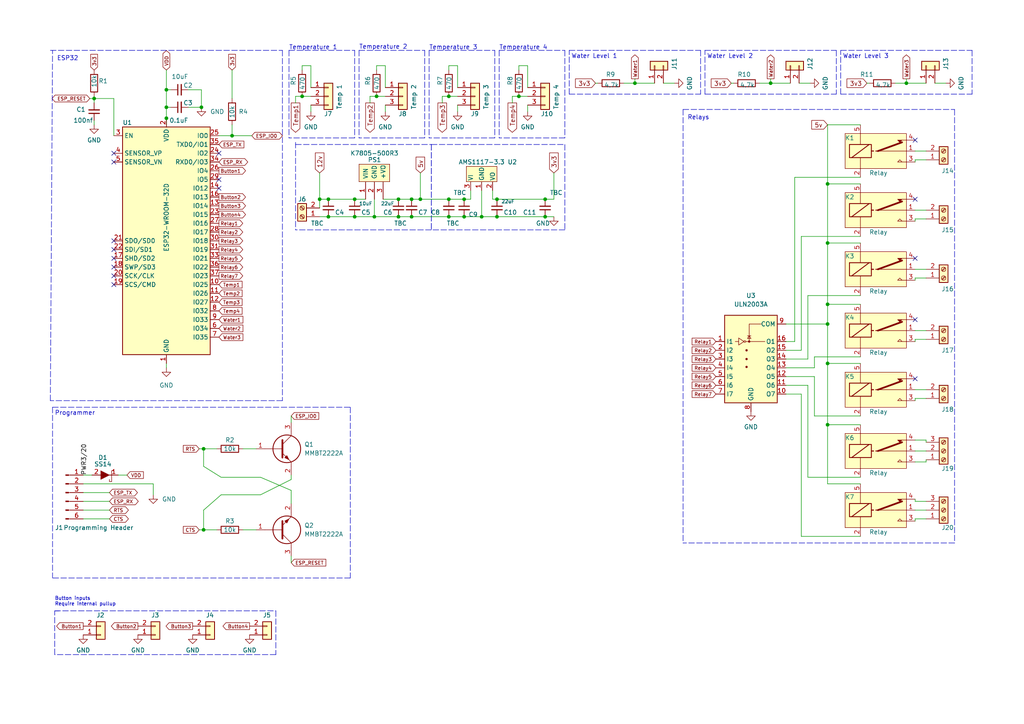
<source format=kicad_sch>
(kicad_sch (version 20211123) (generator eeschema)
  (paper "A4")
  (title_block (title "SmartRV-AIO") (date "2022-02-19") (rev "v0.1") (company "SmartRV") (comment 1 "robin@smartrv.uk"))
  (lib_symbols
    (symbol "Connector:Conn_01x06_Male" (pin_names (offset 1.016) hide)
      (property "Reference" "J" (at 0 7.62 0))
      (property "Value" "Conn_01x06_Male" (at 0 -10.16 0))
      (symbol "Conn_01x06_Male_1_1"
        (pin passive line (at 5.08 5.08 180) (length 3.81) (name "Pin_1") (number "1"))
        (pin passive line (at 5.08 2.54 180) (length 3.81) (name "Pin_2") (number "2"))
        (pin passive line (at 5.08 0 180) (length 3.81) (name "Pin_3") (number "3"))
        (pin passive line (at 5.08 -2.54 180) (length 3.81) (name "Pin_4") (number "4"))
        (pin passive line (at 5.08 -5.08 180) (length 3.81) (name "Pin_5") (number "5"))
        (pin passive line (at 5.08 -7.62 180) (length 3.81) (name "Pin_6") (number "6"))
      )
    )
    (symbol "Connector:Screw_Terminal_01x02" (pin_names (offset 1.016) hide)
      (property "Reference" "J" (at 0 2.54 0))
      (property "Value" "Screw_Terminal_01x02" (at 0 -5.08 0))
      (symbol "Screw_Terminal_01x02_1_1"
        (pin passive line (at -5.08 0 0) (length 3.81) (name "Pin_1") (number "1"))
        (pin passive line (at -5.08 -2.54 0) (length 3.81) (name "Pin_2") (number "2"))
      )
    )
    (symbol "Connector:Screw_Terminal_01x03" (pin_names (offset 1.016) hide)
      (property "Reference" "J" (at 0 5.08 0))
      (property "Value" "Screw_Terminal_01x03" (at 0 -5.08 0))
      (symbol "Screw_Terminal_01x03_1_1"
        (pin passive line (at -5.08 2.54 0) (length 3.81) (name "Pin_1") (number "1"))
        (pin passive line (at -5.08 0 0) (length 3.81) (name "Pin_2") (number "2"))
        (pin passive line (at -5.08 -2.54 0) (length 3.81) (name "Pin_3") (number "3"))
      )
    )
    (symbol "Connector_Generic:Conn_01x02" (pin_names (offset 1.016) hide)
      (property "Reference" "J" (at 0 2.54 0))
      (property "Value" "Conn_01x02" (at 0 -5.08 0))
      (symbol "Conn_01x02_1_1"
        (pin passive line (at -5.08 0 0) (length 3.81) (name "Pin_1") (number "1"))
        (pin passive line (at -5.08 -2.54 0) (length 3.81) (name "Pin_2") (number "2"))
      )
    )
    (symbol "Connector_Generic:Conn_01x03" (pin_names (offset 1.016) hide)
      (property "Reference" "J" (at 0 5.08 0))
      (property "Value" "Conn_01x03" (at 0 -5.08 0))
      (symbol "Conn_01x03_1_1"
        (pin passive line (at -5.08 2.54 0) (length 3.81) (name "Pin_1") (number "1"))
        (pin passive line (at -5.08 0 0) (length 3.81) (name "Pin_2") (number "2"))
        (pin passive line (at -5.08 -2.54 0) (length 3.81) (name "Pin_3") (number "3"))
      )
    )
    (symbol "Device:C_Small" (pin_numbers hide) (pin_names (offset 0.254) hide)
      (property "Reference" "C" (at 0.254 1.778 0))
      (property "Value" "C_Small" (at 0.254 -2.032 0))
      (symbol "C_Small_1_1"
        (pin passive line (at 0 2.54 270) (length 2.032) (name "~") (number "1"))
        (pin passive line (at 0 -2.54 90) (length 2.032) (name "~") (number "2"))
      )
    )
    (symbol "Device:R" (pin_numbers hide) (pin_names (offset 0))
      (property "Reference" "R" (at 2.032 0 90))
      (property "Value" "R" (at 0 0 90))
      (symbol "R_1_1"
        (pin passive line (at 0 3.81 270) (length 1.27) (name "~") (number "1"))
        (pin passive line (at 0 -3.81 90) (length 1.27) (name "~") (number "2"))
      )
    )
    (symbol "RF_Module:ESP32-WROOM-32D"
      (property "Reference" "U" (at -12.7 34.29 0))
      (property "Value" "ESP32-WROOM-32D" (at 1.27 34.29 0))
      (symbol "ESP32-WROOM-32D_1_1"
        (pin power_in line (at 0 -35.56 90) (length 2.54) (name "GND") (number "1"))
        (pin bidirectional line (at 15.24 -12.7 180) (length 2.54) (name "IO25") (number "10"))
        (pin bidirectional line (at 15.24 -15.24 180) (length 2.54) (name "IO26") (number "11"))
        (pin bidirectional line (at 15.24 -17.78 180) (length 2.54) (name "IO27") (number "12"))
        (pin bidirectional line (at 15.24 10.16 180) (length 2.54) (name "IO14") (number "13"))
        (pin bidirectional line (at 15.24 15.24 180) (length 2.54) (name "IO12") (number "14"))
        (pin passive line (at 0 -35.56 90) (length 2.54) hide (name "GND") (number "15"))
        (pin bidirectional line (at 15.24 12.7 180) (length 2.54) (name "IO13") (number "16"))
        (pin bidirectional line (at -15.24 -5.08 0) (length 2.54) (name "SHD/SD2") (number "17"))
        (pin bidirectional line (at -15.24 -7.62 0) (length 2.54) (name "SWP/SD3") (number "18"))
        (pin bidirectional line (at -15.24 -12.7 0) (length 2.54) (name "SCS/CMD") (number "19"))
        (pin power_in line (at 0 35.56 270) (length 2.54) (name "VDD") (number "2"))
        (pin bidirectional line (at -15.24 -10.16 0) (length 2.54) (name "SCK/CLK") (number "20"))
        (pin bidirectional line (at -15.24 0 0) (length 2.54) (name "SDO/SD0") (number "21"))
        (pin bidirectional line (at -15.24 -2.54 0) (length 2.54) (name "SDI/SD1") (number "22"))
        (pin bidirectional line (at 15.24 7.62 180) (length 2.54) (name "IO15") (number "23"))
        (pin bidirectional line (at 15.24 25.4 180) (length 2.54) (name "IO2") (number "24"))
        (pin bidirectional line (at 15.24 30.48 180) (length 2.54) (name "IO0") (number "25"))
        (pin bidirectional line (at 15.24 20.32 180) (length 2.54) (name "IO4") (number "26"))
        (pin bidirectional line (at 15.24 5.08 180) (length 2.54) (name "IO16") (number "27"))
        (pin bidirectional line (at 15.24 2.54 180) (length 2.54) (name "IO17") (number "28"))
        (pin bidirectional line (at 15.24 17.78 180) (length 2.54) (name "IO5") (number "29"))
        (pin input line (at -15.24 30.48 0) (length 2.54) (name "EN") (number "3"))
        (pin bidirectional line (at 15.24 0 180) (length 2.54) (name "IO18") (number "30"))
        (pin bidirectional line (at 15.24 -2.54 180) (length 2.54) (name "IO19") (number "31"))
        (pin no_connect line (at -12.7 -27.94 0) (length 2.54) hide (name "NC") (number "32"))
        (pin bidirectional line (at 15.24 -5.08 180) (length 2.54) (name "IO21") (number "33"))
        (pin bidirectional line (at 15.24 22.86 180) (length 2.54) (name "RXD0/IO3") (number "34"))
        (pin bidirectional line (at 15.24 27.94 180) (length 2.54) (name "TXD0/IO1") (number "35"))
        (pin bidirectional line (at 15.24 -7.62 180) (length 2.54) (name "IO22") (number "36"))
        (pin bidirectional line (at 15.24 -10.16 180) (length 2.54) (name "IO23") (number "37"))
        (pin passive line (at 0 -35.56 90) (length 2.54) hide (name "GND") (number "38"))
        (pin passive line (at 0 -35.56 90) (length 2.54) hide (name "GND") (number "39"))
        (pin input line (at -15.24 25.4 0) (length 2.54) (name "SENSOR_VP") (number "4"))
        (pin input line (at -15.24 22.86 0) (length 2.54) (name "SENSOR_VN") (number "5"))
        (pin input line (at 15.24 -25.4 180) (length 2.54) (name "IO34") (number "6"))
        (pin input line (at 15.24 -27.94 180) (length 2.54) (name "IO35") (number "7"))
        (pin bidirectional line (at 15.24 -20.32 180) (length 2.54) (name "IO32") (number "8"))
        (pin bidirectional line (at 15.24 -22.86 180) (length 2.54) (name "IO33") (number "9"))
      )
    )
    (symbol "Regulator_Linear:AMS1117-3.3" (pin_names (offset 0.254))
      (property "Reference" "U?" (at -3.175 15.875 0))
      (property "Value" "AMS1117-3.3" (at -12.065 15.875 0))
      (symbol "AMS1117-3.3_1_1"
        (pin power_in line (at -12.065 7.62 90) (length 2.54) (name "GND") (number "1"))
        (pin power_out line (at -8.89 7.62 90) (length 2.54) (name "VO") (number "2"))
        (pin power_in line (at -15.24 7.62 90) (length 2.54) (name "VI") (number "3"))
      )
    )
    (symbol "Relay:SANYOU_SRD_Form_C"
      (property "Reference" "K2" (at -6.985 3.81 0))
      (property "Value" "Relay" (at 0 -6.35 0))
      (symbol "SANYOU_SRD_Form_C_1_1"
        (pin passive line (at 13.335 0 180) (length 2.54) (name "~") (number "1"))
        (pin passive line (at -2.54 -7.62 90) (length 2.54) (name "~") (number "2"))
        (pin passive line (at 13.335 -3.175 180) (length 2.54) (name "~") (number "3"))
        (pin passive line (at 13.335 3.175 180) (length 2.54) (name "~") (number "4"))
        (pin passive line (at -2.54 7.62 270) (length 2.54) (name "~") (number "5"))
      )
    )
    (symbol "SS14_1" (pin_names (offset 0.762))
      (property "Reference" "D" (at 12.7 8.89 0))
      (property "Value" "SS14_1" (at 12.7 6.35 0))
      (symbol "SS14_1_0_0"
        (pin passive line (at 1.27 11.43 0) (length 2.54) (name "~") (number "1"))
        (pin passive line (at 8.89 11.43 180) (length 2.54) (name "~") (number "2"))
      )
    )
    (symbol "SamacSys_Parts:K7805-500R3" (pin_names (offset 0.762))
      (property "Reference" "PS?" (at 0.635 13.335 90))
      (property "Value" "K7805-500R3" (at -4.445 11.43 90))
      (symbol "K7805-500R3_0_0"
        (pin passive line (at 0 0 0) (length 5.08) (name "VIN") (number "1"))
        (pin passive line (at 0 -2.54 0) (length 5.08) (name "GND") (number "2"))
        (pin passive line (at 0 -5.08 0) (length 5.08) (name "+VO") (number "3"))
      )
    )
    (symbol "SamacSys_Parts:MMBT2222A" (pin_names (offset 0.762))
      (property "Reference" "Q" (at 13.97 1.27 0))
      (property "Value" "MMBT2222A" (at 13.97 -1.27 0))
      (symbol "MMBT2222A_0_0"
        (pin passive line (at 0 0 0) (length 2.54) (name "~") (number "1"))
        (pin passive line (at 10.16 -7.62 90) (length 2.54) (name "~") (number "2"))
        (pin passive line (at 10.16 7.62 270) (length 2.54) (name "~") (number "3"))
      )
    )
    (symbol "Transistor_Array:ULN2003A"
      (property "Reference" "U" (at 0 15.875 0))
      (property "Value" "ULN2003A" (at 0 13.97 0))
      (symbol "ULN2003A_1_1"
        (pin input line (at -10.16 5.08 0) (length 2.54) (name "I1") (number "1"))
        (pin open_collector line (at 10.16 -10.16 180) (length 2.54) (name "O7") (number "10"))
        (pin open_collector line (at 10.16 -7.62 180) (length 2.54) (name "O6") (number "11"))
        (pin open_collector line (at 10.16 -5.08 180) (length 2.54) (name "O5") (number "12"))
        (pin open_collector line (at 10.16 -2.54 180) (length 2.54) (name "O4") (number "13"))
        (pin open_collector line (at 10.16 0 180) (length 2.54) (name "O3") (number "14"))
        (pin open_collector line (at 10.16 2.54 180) (length 2.54) (name "O2") (number "15"))
        (pin open_collector line (at 10.16 5.08 180) (length 2.54) (name "O1") (number "16"))
        (pin input line (at -10.16 2.54 0) (length 2.54) (name "I2") (number "2"))
        (pin input line (at -10.16 0 0) (length 2.54) (name "I3") (number "3"))
        (pin input line (at -10.16 -2.54 0) (length 2.54) (name "I4") (number "4"))
        (pin input line (at -10.16 -5.08 0) (length 2.54) (name "I5") (number "5"))
        (pin input line (at -10.16 -7.62 0) (length 2.54) (name "I6") (number "6"))
        (pin input line (at -10.16 -10.16 0) (length 2.54) (name "I7") (number "7"))
        (pin power_in line (at 0 -15.24 90) (length 2.54) (name "GND") (number "8"))
        (pin passive line (at 10.16 10.16 180) (length 2.54) (name "COM") (number "9"))
      )
    )
    (symbol "power:GND" (power) (pin_names (offset 0))
      (property "Value" "GND" (at 0 -3.81 0))
      (symbol "GND_1_1"
        (pin power_in line (at 0 0 270) (length 0) hide (name "GND") (number "1"))
      )
    )
  )
  (junction (at 48.26 34.29))
  (junction (at 95.25 62.865))
  (junction (at 115.57 62.865))
  (junction (at 102.87 62.865))
  (junction (at 48.26 26.035))
  (junction (at 59.055 130.175))
  (junction (at 108.585 62.865))
  (junction (at 115.57 57.785))
  (junction (at 150.495 27.94))
  (junction (at 130.175 57.785))
  (junction (at 109.22 27.94))
  (junction (at 121.92 57.785))
  (junction (at 144.145 57.785))
  (junction (at 134.62 57.785))
  (junction (at 59.055 153.67))
  (junction (at 119.38 57.785))
  (junction (at 130.175 62.865))
  (junction (at 92.71 57.785))
  (junction (at 240.03 70.485))
  (junction (at 102.87 57.785))
  (junction (at 262.89 24.13))
  (junction (at 158.115 62.865))
  (junction (at 27.305 28.575))
  (junction (at 130.175 27.94))
  (junction (at 119.38 62.865))
  (junction (at 240.03 93.98))
  (junction (at 87.63 27.94))
  (junction (at 139.7 62.865))
  (junction (at 48.26 31.115))
  (junction (at 134.62 62.865))
  (junction (at 144.145 62.865))
  (junction (at 184.15 24.13))
  (junction (at 240.03 88.265))
  (junction (at 240.03 105.41))
  (junction (at 223.52 24.13))
  (junction (at 240.03 123.19))
  (junction (at 240.03 53.34))
  (junction (at 58.42 31.115))
  (junction (at 95.25 57.785))
  (junction (at 158.115 57.785))
  (junction (at 67.31 39.37))
  (no_connect (at 265.43 74.93))
  (no_connect (at 265.43 92.71))
  (no_connect (at 265.43 40.64))
  (no_connect (at 265.43 57.785))
  (no_connect (at 265.43 109.855))
  (no_connect (at 33.02 69.85))
  (no_connect (at 33.02 46.99))
  (no_connect (at 33.02 44.45))
  (no_connect (at 63.5 44.45))
  (no_connect (at 63.5 52.07))
  (no_connect (at 63.5 54.61))
  (no_connect (at 33.02 80.01))
  (no_connect (at 33.02 82.55))
  (no_connect (at 33.02 77.47))
  (no_connect (at 33.02 72.39))
  (no_connect (at 33.02 74.93))
  (wire (pts (xy 227.965 114.3) (xy 232.41 114.3)))
  (wire (pts (xy 59.055 130.175) (xy 59.055 135.255)))
  (polyline (pts (xy 125.095 41.91) (xy 125.095 66.675)))
  (polyline (pts (xy 243.84 27.305) (xy 281.94 27.305)))
  (wire (pts (xy 265.43 63.5) (xy 265.43 64.135)))
  (wire (pts (xy 95.25 62.865) (xy 102.87 62.865)))
  (polyline (pts (xy 165.1 27.305) (xy 203.2 27.305)))
  (polyline (pts (xy 163.83 40.005) (xy 144.78 40.005)))
  (wire (pts (xy 90.17 19.05) (xy 90.17 25.4)))
  (polyline (pts (xy 123.19 14.605) (xy 123.19 40.005)))
  (wire (pts (xy 48.26 31.115) (xy 49.53 31.115)))
  (polyline (pts (xy 276.86 31.75) (xy 276.86 157.48)))
  (polyline (pts (xy 143.51 14.605) (xy 143.51 40.005)))
  (wire (pts (xy 234.315 111.76) (xy 234.315 138.43)))
  (wire (pts (xy 48.26 20.32) (xy 48.26 26.035)))
  (polyline (pts (xy 124.46 14.605) (xy 143.51 14.605)))
  (wire (pts (xy 44.45 140.335) (xy 24.13 140.335)))
  (wire (pts (xy 130.175 19.05) (xy 132.715 19.05)))
  (wire (pts (xy 227.965 101.6) (xy 232.41 101.6)))
  (wire (pts (xy 265.43 133.985) (xy 268.605 133.985)))
  (wire (pts (xy 153.035 32.385) (xy 153.035 30.48)))
  (wire (pts (xy 268.605 63.5) (xy 265.43 63.5)))
  (wire (pts (xy 232.41 68.58) (xy 249.555 68.58)))
  (wire (pts (xy 134.62 57.785) (xy 130.175 57.785)))
  (wire (pts (xy 67.31 36.195) (xy 67.31 39.37)))
  (wire (pts (xy 84.455 142.24) (xy 84.455 146.05)))
  (wire (pts (xy 75.565 138.43) (xy 84.455 142.24)))
  (wire (pts (xy 240.03 36.195) (xy 249.555 36.195)))
  (wire (pts (xy 119.38 57.785) (xy 115.57 57.785)))
  (wire (pts (xy 102.87 57.785) (xy 106.045 57.785)))
  (polyline (pts (xy 15.875 189.865) (xy 15.875 177.165)))
  (polyline (pts (xy 124.46 14.605) (xy 124.46 40.005)))
  (polyline (pts (xy 15.24 118.11) (xy 15.24 167.64)))
  (polyline (pts (xy 102.87 14.605) (xy 102.87 40.005)))
  (wire (pts (xy 87.63 19.05) (xy 90.17 19.05)))
  (wire (pts (xy 265.43 95.885) (xy 268.605 95.885)))
  (wire (pts (xy 173.355 24.13) (xy 172.72 24.13)))
  (polyline (pts (xy 85.725 41.91) (xy 125.095 41.91)))
  (wire (pts (xy 265.43 151.13) (xy 265.43 150.495)))
  (wire (pts (xy 108.585 57.785) (xy 108.585 62.865)))
  (wire (pts (xy 87.63 27.94) (xy 90.17 27.94)))
  (polyline (pts (xy 198.12 31.75) (xy 276.86 31.75)))
  (wire (pts (xy 70.485 130.175) (xy 74.295 130.175)))
  (wire (pts (xy 262.89 24.13) (xy 262.89 22.86)))
  (wire (pts (xy 265.43 43.815) (xy 268.605 43.815)))
  (wire (pts (xy 150.495 19.05) (xy 153.035 19.05)))
  (wire (pts (xy 107.315 27.94) (xy 109.22 27.94)))
  (wire (pts (xy 63.5 39.37) (xy 67.31 39.37)))
  (wire (pts (xy 232.41 155.575) (xy 249.555 155.575)))
  (wire (pts (xy 142.875 55.245) (xy 142.875 57.785)))
  (polyline (pts (xy 14.605 14.605) (xy 81.915 14.605)))
  (wire (pts (xy 240.03 88.265) (xy 249.555 88.265)))
  (wire (pts (xy 268.605 80.645) (xy 265.43 80.645)))
  (wire (pts (xy 271.145 24.13) (xy 274.32 24.13)))
  (polyline (pts (xy 125.095 41.91) (xy 125.095 66.675)))
  (wire (pts (xy 265.43 78.105) (xy 268.605 78.105)))
  (wire (pts (xy 111.125 57.785) (xy 115.57 57.785)))
  (wire (pts (xy 109.22 27.94) (xy 111.76 27.94)))
  (wire (pts (xy 75.565 143.51) (xy 84.455 139.065)))
  (wire (pts (xy 90.17 32.385) (xy 90.17 30.48)))
  (wire (pts (xy 142.875 57.785) (xy 144.145 57.785)))
  (wire (pts (xy 54.61 26.035) (xy 58.42 26.035)))
  (polyline (pts (xy 276.86 157.48) (xy 198.12 157.48)))
  (wire (pts (xy 240.03 70.485) (xy 249.555 70.485)))
  (wire (pts (xy 265.43 115.57) (xy 265.43 116.205)))
  (wire (pts (xy 92.71 57.785) (xy 95.25 57.785)))
  (wire (pts (xy 236.22 120.65) (xy 249.555 120.65)))
  (wire (pts (xy 119.38 62.865) (xy 115.57 62.865)))
  (polyline (pts (xy 14.605 116.205) (xy 15.24 14.605)))
  (wire (pts (xy 33.02 39.37) (xy 33.02 28.575)))
  (wire (pts (xy 27.305 34.925) (xy 27.305 36.195)))
  (polyline (pts (xy 15.24 118.11) (xy 101.6 118.11)))
  (wire (pts (xy 31.75 147.955) (xy 24.13 147.955)))
  (polyline (pts (xy 83.82 14.605) (xy 102.87 14.605)))
  (wire (pts (xy 265.43 46.355) (xy 265.43 46.99)))
  (polyline (pts (xy 165.1 14.605) (xy 203.2 14.605)))
  (wire (pts (xy 84.455 161.29) (xy 84.455 163.195)))
  (wire (pts (xy 232.41 114.3) (xy 232.41 155.575)))
  (wire (pts (xy 84.455 139.065) (xy 84.455 137.795)))
  (polyline (pts (xy 203.2 14.605) (xy 203.2 27.305)))
  (wire (pts (xy 36.83 137.795) (xy 34.29 137.795)))
  (polyline (pts (xy 242.57 14.605) (xy 242.57 27.305)))
  (wire (pts (xy 150.495 27.94) (xy 153.035 27.94)))
  (wire (pts (xy 59.055 153.67) (xy 62.865 153.67)))
  (wire (pts (xy 87.63 19.05) (xy 87.63 20.32)))
  (polyline (pts (xy 80.01 189.865) (xy 15.875 189.865)))
  (wire (pts (xy 130.175 57.785) (xy 121.92 57.785)))
  (wire (pts (xy 48.26 31.115) (xy 48.26 34.29)))
  (wire (pts (xy 240.03 93.98) (xy 240.03 105.41)))
  (polyline (pts (xy 125.095 66.675) (xy 85.725 66.675)))
  (wire (pts (xy 240.03 53.34) (xy 240.03 36.195)))
  (wire (pts (xy 240.03 105.41) (xy 240.03 123.19)))
  (wire (pts (xy 268.605 115.57) (xy 265.43 115.57)))
  (wire (pts (xy 236.22 109.22) (xy 236.22 120.65)))
  (wire (pts (xy 27.305 28.575) (xy 27.305 29.845)))
  (wire (pts (xy 234.315 85.725) (xy 249.555 85.725)))
  (wire (pts (xy 31.75 150.495) (xy 24.13 150.495)))
  (wire (pts (xy 84.455 120.65) (xy 84.455 122.555)))
  (wire (pts (xy 153.035 19.05) (xy 153.035 25.4)))
  (wire (pts (xy 236.22 103.505) (xy 249.555 103.505)))
  (wire (pts (xy 57.785 153.67) (xy 59.055 153.67)))
  (wire (pts (xy 26.035 28.575) (xy 27.305 28.575)))
  (wire (pts (xy 150.495 19.05) (xy 150.495 20.32)))
  (wire (pts (xy 227.965 104.14) (xy 234.315 104.14)))
  (polyline (pts (xy 143.51 40.005) (xy 124.46 40.005)))
  (wire (pts (xy 223.52 24.13) (xy 229.235 24.13)))
  (wire (pts (xy 136.525 55.245) (xy 136.525 57.785)))
  (wire (pts (xy 268.605 133.985) (xy 268.605 133.35)))
  (wire (pts (xy 240.03 93.98) (xy 240.03 88.265)))
  (wire (pts (xy 130.175 27.94) (xy 132.715 27.94)))
  (wire (pts (xy 265.43 127.635) (xy 268.605 127.635)))
  (wire (pts (xy 64.135 138.43) (xy 75.565 138.43)))
  (wire (pts (xy 31.75 145.415) (xy 24.13 145.415)))
  (wire (pts (xy 26.67 137.795) (xy 24.13 137.795)))
  (wire (pts (xy 234.315 104.14) (xy 234.315 85.725)))
  (wire (pts (xy 121.92 57.785) (xy 119.38 57.785)))
  (polyline (pts (xy 101.6 118.11) (xy 101.6 167.64)))
  (wire (pts (xy 132.715 32.385) (xy 132.715 30.48)))
  (wire (pts (xy 95.25 57.785) (xy 102.87 57.785)))
  (polyline (pts (xy 85.725 41.275) (xy 85.725 66.675)))
  (wire (pts (xy 58.42 26.035) (xy 58.42 31.115)))
  (polyline (pts (xy 144.78 14.605) (xy 144.78 40.005)))
  (wire (pts (xy 144.145 57.785) (xy 158.115 57.785)))
  (polyline (pts (xy 243.84 14.605) (xy 281.94 14.605)))
  (wire (pts (xy 128.27 29.845) (xy 128.27 27.94)))
  (polyline (pts (xy 102.87 40.005) (xy 83.82 40.005)))
  (wire (pts (xy 227.965 111.76) (xy 234.315 111.76)))
  (wire (pts (xy 128.27 27.94) (xy 130.175 27.94)))
  (polyline (pts (xy 165.1 27.305) (xy 165.1 14.605)))
  (wire (pts (xy 130.175 62.865) (xy 119.38 62.865)))
  (wire (pts (xy 232.41 101.6) (xy 232.41 68.58)))
  (wire (pts (xy 259.715 24.13) (xy 262.89 24.13)))
  (wire (pts (xy 230.505 99.06) (xy 230.505 51.435)))
  (wire (pts (xy 148.59 29.845) (xy 148.59 27.94)))
  (polyline (pts (xy 101.6 167.64) (xy 15.24 167.64)))
  (wire (pts (xy 107.315 29.845) (xy 107.315 27.94)))
  (wire (pts (xy 92.71 62.865) (xy 95.25 62.865)))
  (wire (pts (xy 111.76 19.05) (xy 111.76 25.4)))
  (wire (pts (xy 54.61 31.115) (xy 58.42 31.115)))
  (polyline (pts (xy 144.78 14.605) (xy 163.83 14.605)))
  (wire (pts (xy 240.03 140.335) (xy 249.555 140.335)))
  (polyline (pts (xy 15.875 177.165) (xy 80.01 177.165)))
  (polyline (pts (xy 198.12 31.75) (xy 198.12 157.48)))
  (wire (pts (xy 109.22 19.05) (xy 111.76 19.05)))
  (wire (pts (xy 102.87 62.865) (xy 108.585 62.865)))
  (wire (pts (xy 148.59 27.94) (xy 150.495 27.94)))
  (polyline (pts (xy 281.94 14.605) (xy 281.94 27.305)))
  (wire (pts (xy 227.965 93.98) (xy 240.03 93.98)))
  (wire (pts (xy 134.62 62.865) (xy 130.175 62.865)))
  (wire (pts (xy 234.315 138.43) (xy 249.555 138.43)))
  (wire (pts (xy 144.145 62.865) (xy 158.115 62.865)))
  (wire (pts (xy 31.75 142.875) (xy 24.13 142.875)))
  (wire (pts (xy 265.43 60.96) (xy 268.605 60.96)))
  (wire (pts (xy 227.965 109.22) (xy 236.22 109.22)))
  (wire (pts (xy 92.71 60.325) (xy 92.71 57.785)))
  (wire (pts (xy 265.43 147.955) (xy 268.605 147.955)))
  (wire (pts (xy 265.43 80.645) (xy 265.43 81.28)))
  (wire (pts (xy 240.03 88.265) (xy 240.03 70.485)))
  (wire (pts (xy 64.135 143.51) (xy 75.565 143.51)))
  (wire (pts (xy 240.03 123.19) (xy 240.03 140.335)))
  (polyline (pts (xy 204.47 27.305) (xy 204.47 14.605)))
  (wire (pts (xy 92.71 50.165) (xy 92.71 57.785)))
  (wire (pts (xy 236.22 106.68) (xy 236.22 103.505)))
  (wire (pts (xy 240.03 53.34) (xy 249.555 53.34)))
  (wire (pts (xy 136.525 57.785) (xy 134.62 57.785)))
  (wire (pts (xy 227.965 106.68) (xy 236.22 106.68)))
  (wire (pts (xy 265.43 113.03) (xy 268.605 113.03)))
  (wire (pts (xy 109.22 19.05) (xy 109.22 20.32)))
  (wire (pts (xy 223.52 24.13) (xy 223.52 22.86)))
  (wire (pts (xy 268.605 145.415) (xy 265.43 145.415)))
  (polyline (pts (xy 81.915 14.605) (xy 81.915 116.205)))
  (wire (pts (xy 240.03 123.19) (xy 249.555 123.19)))
  (wire (pts (xy 130.175 19.05) (xy 130.175 20.32)))
  (wire (pts (xy 85.725 27.94) (xy 87.63 27.94)))
  (wire (pts (xy 180.975 24.13) (xy 184.15 24.13)))
  (wire (pts (xy 48.26 34.29) (xy 48.26 36.195)))
  (wire (pts (xy 121.92 50.165) (xy 121.92 57.785)))
  (wire (pts (xy 240.03 70.485) (xy 240.03 53.34)))
  (wire (pts (xy 108.585 62.865) (xy 115.57 62.865)))
  (wire (pts (xy 231.775 24.13) (xy 234.95 24.13)))
  (wire (pts (xy 230.505 51.435) (xy 249.555 51.435)))
  (wire (pts (xy 132.715 19.05) (xy 132.715 25.4)))
  (wire (pts (xy 59.055 130.175) (xy 62.865 130.175)))
  (wire (pts (xy 227.965 99.06) (xy 230.505 99.06)))
  (wire (pts (xy 160.655 50.165) (xy 160.655 57.785)))
  (polyline (pts (xy 163.83 41.91) (xy 163.83 66.675)))
  (polyline (pts (xy 123.19 40.005) (xy 104.14 40.005)))
  (wire (pts (xy 240.03 105.41) (xy 249.555 105.41)))
  (wire (pts (xy 85.725 29.845) (xy 85.725 27.94)))
  (wire (pts (xy 48.26 106.68) (xy 48.26 105.41)))
  (polyline (pts (xy 15.875 177.165) (xy 17.145 177.165)))
  (wire (pts (xy 59.055 135.255) (xy 64.135 138.43)))
  (wire (pts (xy 268.605 98.425) (xy 265.43 98.425)))
  (wire (pts (xy 27.305 27.94) (xy 27.305 28.575)))
  (wire (pts (xy 262.89 24.13) (xy 268.605 24.13)))
  (polyline (pts (xy 125.095 41.91) (xy 163.83 41.91)))
  (polyline (pts (xy 81.915 116.205) (xy 14.605 116.205)))
  (polyline (pts (xy 104.14 14.605) (xy 104.14 40.005)))
  (wire (pts (xy 265.43 145.415) (xy 265.43 144.78)))
  (wire (pts (xy 252.095 24.13) (xy 251.46 24.13)))
  (polyline (pts (xy 83.82 14.605) (xy 83.82 40.005)))
  (wire (pts (xy 192.405 24.13) (xy 195.58 24.13)))
  (wire (pts (xy 67.31 39.37) (xy 73.025 39.37)))
  (polyline (pts (xy 80.01 177.165) (xy 80.01 189.865)))
  (wire (pts (xy 139.7 62.865) (xy 134.62 62.865)))
  (wire (pts (xy 158.115 62.865) (xy 160.655 62.865)))
  (wire (pts (xy 265.43 130.81) (xy 268.605 130.81)))
  (polyline (pts (xy 204.47 27.305) (xy 242.57 27.305)))
  (wire (pts (xy 59.055 147.955) (xy 64.135 143.51)))
  (wire (pts (xy 67.31 20.32) (xy 67.31 28.575)))
  (wire (pts (xy 111.76 32.385) (xy 111.76 30.48)))
  (wire (pts (xy 57.785 130.175) (xy 59.055 130.175)))
  (wire (pts (xy 212.725 24.13) (xy 212.09 24.13)))
  (polyline (pts (xy 204.47 14.605) (xy 242.57 14.605)))
  (wire (pts (xy 59.055 153.67) (xy 59.055 147.955)))
  (wire (pts (xy 139.7 55.245) (xy 139.7 62.865)))
  (polyline (pts (xy 163.83 14.605) (xy 163.83 40.005)))
  (wire (pts (xy 48.26 26.035) (xy 49.53 26.035)))
  (wire (pts (xy 220.345 24.13) (xy 223.52 24.13)))
  (wire (pts (xy 265.43 98.425) (xy 265.43 99.06)))
  (polyline (pts (xy 243.84 27.305) (xy 243.84 14.605)))
  (polyline (pts (xy 163.83 66.675) (xy 125.095 66.675)))
  (wire (pts (xy 265.43 150.495) (xy 268.605 150.495)))
  (wire (pts (xy 139.7 62.865) (xy 144.145 62.865)))
  (wire (pts (xy 33.02 28.575) (xy 27.305 28.575)))
  (wire (pts (xy 184.15 24.13) (xy 184.15 22.86)))
  (wire (pts (xy 48.26 26.035) (xy 48.26 31.115)))
  (wire (pts (xy 268.605 127.635) (xy 268.605 128.27)))
  (wire (pts (xy 44.45 143.51) (xy 44.45 140.335)))
  (polyline (pts (xy 104.14 14.605) (xy 123.19 14.605)))
  (wire (pts (xy 184.15 24.13) (xy 189.865 24.13)))
  (wire (pts (xy 158.115 57.785) (xy 160.655 57.785)))
  (wire (pts (xy 268.605 46.355) (xy 265.43 46.355)))
  (wire (pts (xy 70.485 153.67) (xy 74.295 153.67)))
  (text "Relays" (at 199.39 34.925 0) (effects (font (size 1.27 1.27)) (justify left bottom)))
  (text "Temperature 4\n" (at 144.78 14.605 0) (effects (font (size 1.27 1.27)) (justify left bottom)))
  (text "ESP32" (at 16.51 17.78 0) (effects (font (size 1.27 1.27)) (justify left bottom)))
  (text "Temperature 1\n" (at 83.82 14.605 0) (effects (font (size 1.27 1.27)) (justify left bottom)))
  (text "Temperature 2\n\n" (at 104.14 16.51 0) (effects (font (size 1.27 1.27)) (justify left bottom)))
  (text "Temperature 3" (at 124.46 14.605 0) (effects (font (size 1.27 1.27)) (justify left bottom)))
  (text "Button inputs\nRequire internal pullup\n" (at 15.875 175.895 0) (effects (font (size 1 1)) (justify left bottom)))
  (text "Programmer\n" (at 15.875 120.65 0) (effects (font (size 1.27 1.27)) (justify left bottom)))
  (text "Water Level 2\n" (at 218.44 17.145 180) (effects (font (size 1.27 1.27)) (justify right bottom)))
  (text "Water Level 3\n" (at 257.81 17.145 180) (effects (font (size 1.27 1.27)) (justify right bottom)))
  (text "Water Level 1" (at 179.07 17.145 180) (effects (font (size 1.27 1.27)) (justify right bottom)))
  (label "PWR3{slash}20" (at 25.4 137.795 90))
  (global_label "Button3" (shape output) (at 55.88 181.61 180) (effects (font (size 1 1))) (property "Intersheet References" "${INTERSHEET_REFS}" (effects hide)))
  (global_label "3v3" (shape input) (at 27.305 20.32 90) (effects (font (size 1 1))) (property "Intersheet References" "${INTERSHEET_REFS}" (effects hide)))
  (global_label "RTS" (shape bidirectional) (at 31.75 147.955 0) (effects (font (size 1 1))) (property "Intersheet References" "${INTERSHEET_REFS}" (effects hide)))
  (global_label "ESP_IO0" (shape input) (at 84.455 120.65 0) (effects (font (size 1 1))) (property "Intersheet References" "${INTERSHEET_REFS}" (effects hide)))
  (global_label "Relay7" (shape input) (at 207.645 114.3 180) (effects (font (size 1 1))) (property "Intersheet References" "${INTERSHEET_REFS}" (effects hide)))
  (global_label "ESP_TX" (shape bidirectional) (at 31.75 142.875 0) (effects (font (size 1 1))) (property "Intersheet References" "${INTERSHEET_REFS}" (effects hide)))
  (global_label "Button2" (shape output) (at 63.5 57.15 0) (effects (font (size 1 1))) (property "Intersheet References" "${INTERSHEET_REFS}" (effects hide)))
  (global_label "Temp3" (shape output) (at 128.27 29.845 270) (property "Intersheet References" "${INTERSHEET_REFS}" (effects hide)))
  (global_label "Water1" (shape output) (at 184.15 22.86 90) (effects (font (size 1 1))) (property "Intersheet References" "${INTERSHEET_REFS}" (effects hide)))
  (global_label "Temp4" (shape input) (at 63.5 90.17 0) (effects (font (size 1 1))) (property "Intersheet References" "${INTERSHEET_REFS}" (effects hide)))
  (global_label "VDD" (shape input) (at 36.83 137.795 0) (effects (font (size 1 1))) (property "Intersheet References" "${INTERSHEET_REFS}" (effects hide)))
  (global_label "Relay6" (shape output) (at 63.5 77.47 0) (effects (font (size 1 1))) (property "Intersheet References" "${INTERSHEET_REFS}" (effects hide)))
  (global_label "5v" (shape input) (at 121.92 50.165 90) (property "Intersheet References" "${INTERSHEET_REFS}" (effects hide)))
  (global_label "Water1" (shape input) (at 63.5 92.71 0) (effects (font (size 1 1))) (property "Intersheet References" "${INTERSHEET_REFS}" (effects hide)))
  (global_label "Button2" (shape output) (at 40.005 181.61 180) (effects (font (size 1 1))) (property "Intersheet References" "${INTERSHEET_REFS}" (effects hide)))
  (global_label "Relay3" (shape input) (at 207.645 104.14 180) (effects (font (size 1 1))) (property "Intersheet References" "${INTERSHEET_REFS}" (effects hide)))
  (global_label "3v3" (shape input) (at 67.31 20.32 90) (effects (font (size 1 1))) (property "Intersheet References" "${INTERSHEET_REFS}" (effects hide)))
  (global_label "ESP_RESET" (shape input) (at 84.455 163.195 0) (effects (font (size 1 1))) (property "Intersheet References" "${INTERSHEET_REFS}" (effects hide)))
  (global_label "Temp4" (shape output) (at 148.59 29.845 270) (property "Intersheet References" "${INTERSHEET_REFS}" (effects hide)))
  (global_label "Water3" (shape input) (at 63.5 97.79 0) (effects (font (size 1 1))) (property "Intersheet References" "${INTERSHEET_REFS}" (effects hide)))
  (global_label "3v3" (shape input) (at 160.655 50.165 90) (property "Intersheet References" "${INTERSHEET_REFS}" (effects hide)))
  (global_label "Button1" (shape output) (at 63.5 49.53 0) (effects (font (size 1 1))) (property "Intersheet References" "${INTERSHEET_REFS}" (effects hide)))
  (global_label "Button4" (shape output) (at 72.39 181.61 180) (effects (font (size 1 1))) (property "Intersheet References" "${INTERSHEET_REFS}" (effects hide)))
  (global_label "Relay2" (shape input) (at 207.645 101.6 180) (effects (font (size 1 1))) (property "Intersheet References" "${INTERSHEET_REFS}" (effects hide)))
  (global_label "CTS" (shape input) (at 57.785 153.67 180) (effects (font (size 1 1))) (property "Intersheet References" "${INTERSHEET_REFS}" (effects hide)))
  (global_label "Water3" (shape output) (at 262.89 22.86 90) (effects (font (size 1 1))) (property "Intersheet References" "${INTERSHEET_REFS}" (effects hide)))
  (global_label "Temp2" (shape input) (at 63.5 85.09 0) (effects (font (size 1 1))) (property "Intersheet References" "${INTERSHEET_REFS}" (effects hide)))
  (global_label "RTS" (shape input) (at 57.785 130.175 180) (effects (font (size 1 1))) (property "Intersheet References" "${INTERSHEET_REFS}" (effects hide)))
  (global_label "3v3" (shape input) (at 251.46 24.13 180) (property "Intersheet References" "${INTERSHEET_REFS}" (effects hide)))
  (global_label "Relay4" (shape output) (at 63.5 72.39 0) (effects (font (size 1 1))) (property "Intersheet References" "${INTERSHEET_REFS}" (effects hide)))
  (global_label "12v" (shape input) (at 92.71 50.165 90) (property "Intersheet References" "${INTERSHEET_REFS}" (effects hide)))
  (global_label "ESP_RESET" (shape bidirectional) (at 26.035 28.575 180) (effects (font (size 1 1))) (property "Intersheet References" "${INTERSHEET_REFS}" (effects hide)))
  (global_label "Button3" (shape output) (at 63.5 59.69 0) (effects (font (size 1 1))) (property "Intersheet References" "${INTERSHEET_REFS}" (effects hide)))
  (global_label "Water2" (shape output) (at 223.52 22.86 90) (effects (font (size 1 1))) (property "Intersheet References" "${INTERSHEET_REFS}" (effects hide)))
  (global_label "3v3" (shape input) (at 212.09 24.13 180) (property "Intersheet References" "${INTERSHEET_REFS}" (effects hide)))
  (global_label "Relay7" (shape output) (at 63.5 80.01 0) (effects (font (size 1 1))) (property "Intersheet References" "${INTERSHEET_REFS}" (effects hide)))
  (global_label "ESP_TX" (shape input) (at 63.5 41.91 0) (effects (font (size 1 1))) (property "Intersheet References" "${INTERSHEET_REFS}" (effects hide)))
  (global_label "5v" (shape input) (at 240.03 36.195 180) (property "Intersheet References" "${INTERSHEET_REFS}" (effects hide)))
  (global_label "Relay5" (shape input) (at 207.645 109.22 180) (effects (font (size 1 1))) (property "Intersheet References" "${INTERSHEET_REFS}" (effects hide)))
  (global_label "CTS" (shape bidirectional) (at 31.75 150.495 0) (effects (font (size 1 1))) (property "Intersheet References" "${INTERSHEET_REFS}" (effects hide)))
  (global_label "Relay4" (shape input) (at 207.645 106.68 180) (effects (font (size 1 1))) (property "Intersheet References" "${INTERSHEET_REFS}" (effects hide)))
  (global_label "Relay1" (shape input) (at 207.645 99.06 180) (effects (font (size 1 1))) (property "Intersheet References" "${INTERSHEET_REFS}" (effects hide)))
  (global_label "ESP_RX" (shape bidirectional) (at 63.5 46.99 0) (effects (font (size 1 1))) (property "Intersheet References" "${INTERSHEET_REFS}" (effects hide)))
  (global_label "Button1" (shape output) (at 24.13 181.61 180) (effects (font (size 1 1))) (property "Intersheet References" "${INTERSHEET_REFS}" (effects hide)))
  (global_label "Temp1" (shape output) (at 85.725 29.845 270) (property "Intersheet References" "${INTERSHEET_REFS}" (effects hide)))
  (global_label "ESP_IO0" (shape bidirectional) (at 73.025 39.37 0) (effects (font (size 1 1))) (property "Intersheet References" "${INTERSHEET_REFS}" (effects hide)))
  (global_label "Relay3" (shape output) (at 63.5 69.85 0) (effects (font (size 1 1))) (property "Intersheet References" "${INTERSHEET_REFS}" (effects hide)))
  (global_label "Relay5" (shape output) (at 63.5 74.93 0) (effects (font (size 1 1))) (property "Intersheet References" "${INTERSHEET_REFS}" (effects hide)))
  (global_label "VDD" (shape bidirectional) (at 48.26 20.32 90) (effects (font (size 1 1))) (property "Intersheet References" "${INTERSHEET_REFS}" (effects hide)))
  (global_label "Relay6" (shape input) (at 207.645 111.76 180) (effects (font (size 1 1))) (property "Intersheet References" "${INTERSHEET_REFS}" (effects hide)))
  (global_label "Relay2" (shape output) (at 63.5 67.31 0) (effects (font (size 1 1))) (property "Intersheet References" "${INTERSHEET_REFS}" (effects hide)))
  (global_label "Temp3" (shape input) (at 63.5 87.63 0) (effects (font (size 1 1))) (property "Intersheet References" "${INTERSHEET_REFS}" (effects hide)))
  (global_label "Button4" (shape output) (at 63.5 62.23 0) (effects (font (size 1 1))) (property "Intersheet References" "${INTERSHEET_REFS}" (effects hide)))
  (global_label "Temp2" (shape output) (at 107.315 29.845 270) (property "Intersheet References" "${INTERSHEET_REFS}" (effects hide)))
  (global_label "Relay1" (shape output) (at 63.5 64.77 0) (effects (font (size 1 1))) (property "Intersheet References" "${INTERSHEET_REFS}" (effects hide)))
  (global_label "Temp1" (shape input) (at 63.5 82.55 0) (effects (font (size 1 1))) (property "Intersheet References" "${INTERSHEET_REFS}" (effects hide)))
  (global_label "Water2" (shape input) (at 63.5 95.25 0) (effects (font (size 1 1))) (property "Intersheet References" "${INTERSHEET_REFS}" (effects hide)))
  (global_label "3v3" (shape input) (at 172.72 24.13 180) (property "Intersheet References" "${INTERSHEET_REFS}" (effects hide)))
  (global_label "ESP_RX" (shape bidirectional) (at 31.75 145.415 0) (effects (font (size 1 1))) (property "Intersheet References" "${INTERSHEET_REFS}" (effects hide)))
  (symbol (lib_id "Device:R") (at 66.675 153.67 90) (unit 1)
    (property "Reference" "R3" (at 66.675 151.13 90))
    (property "Value" "10k" (at 66.675 153.67 90))
    (property "Footprint" "Resistor_SMD:R_0805_2012Metric" (effects hide))
  )
  (symbol (lib_id "Device:C_Small") (at 158.115 60.325 180) (unit 1)
    (property "Reference" "C11" (at 155.575 61.5888 0) (effects (justify left)))
    (property "Value" "TBC" (at 163.195 55.88 0) (effects (justify left)))
    (property "Footprint" "Capacitor_SMD:C_0805_2012Metric" (effects hide))
  )
  (symbol (lib_id "power:GND") (at 44.45 143.51 0) (unit 1)
    (property "Reference" "#PWR04" (effects hide))
    (property "Value" "GND" (at 46.99 144.7799 0) (effects (justify left)))
  )
  (symbol (lib_id "Connector:Screw_Terminal_01x02") (at 273.685 63.5 0) (mirror x) (unit 1)
    (property "Reference" "J15" (at 273.05 66.675 0) (effects (justify left)))
    (property "Value" "Screw_Terminal_01x02" (effects hide))
    (property "Footprint" "TerminalBlock_Phoenix:TerminalBlock_Phoenix_MKDS-1,5-2_1x02_P5.00mm_Horizontal" (effects hide))
  )
  (symbol (lib_id "Connector_Generic:Conn_01x03") (at 137.795 27.94 0) (unit 1)
    (property "Reference" "J9" (at 136.525 33.02 0) (effects (justify left)))
    (property "Value" "Temp 3" (at 140.97 31.75 90) (effects (justify left)))
    (property "Footprint" "Connector_JST:JST_XH_B3B-XH-A_1x03_P2.50mm_Vertical" (effects hide))
  )
  (symbol (lib_id "Device:R") (at 130.175 24.13 0) (unit 1)
    (property "Reference" "R7" (at 127.635 24.765 90) (effects (justify left)))
    (property "Value" "470" (at 129.54 22.225 90) (effects (justify right top)))
    (property "Footprint" "Resistor_SMD:R_0805_2012Metric" (effects hide))
  )
  (symbol (lib_id "Transistor_Array:ULN2003A") (at 217.805 104.14 0) (unit 1)
    (property "Reference" "U3" (at 217.805 85.725 0))
    (property "Value" "ULN2003A" (at 217.805 88.265 0))
    (property "Footprint" "uln:SOIC127P600X175-16N" (effects hide))
    (property "Datasheet" "http://www.ti.com/lit/ds/symlink/uln2003a.pdf" (effects hide))
  )
  (symbol (lib_id "power:GND") (at 217.805 119.38 0) (unit 1)
    (property "Reference" "#PWR015" (effects hide))
    (property "Value" "GND" (at 217.805 123.825 0))
  )
  (symbol (lib_id "Connector_Generic:Conn_01x03") (at 116.84 27.94 0) (unit 1)
    (property "Reference" "J8" (at 115.57 33.02 0) (effects (justify left)))
    (property "Value" "Temp 2" (at 120.015 31.75 90) (effects (justify left)))
    (property "Footprint" "Connector_JST:JST_XH_B3B-XH-A_1x03_P2.50mm_Vertical" (effects hide))
  )
  (symbol (lib_id "Relay:SANYOU_SRD_Form_C") (at 252.095 130.81 0) (unit 1)
    (property "Reference" "K6" (at 245.11 127 0) (effects (justify left)))
    (property "Value" "Relay" (at 252.095 137.16 0) (effects (justify left)))
    (property "Footprint" "Relay_THT:Relay_SPDT_SANYOU_SRD_Series_Form_C" (effects hide))
    (property "Datasheet" "http://www.sanyourelay.ca/public/products/pdf/SRD.pdf" (effects hide))
  )
  (symbol (lib_id "Device:C_Small") (at 95.25 60.325 0) (unit 1)
    (property "Reference" "C4" (at 97.155 61.595 0) (effects (justify left)))
    (property "Value" "TBC" (at 90.17 64.77 0) (effects (justify left)))
    (property "Footprint" "Capacitor_SMD:C_0805_2012Metric" (effects hide))
  )
  (symbol (lib_id "power:GND") (at 40.005 184.15 0) (unit 1)
    (property "Reference" "#PWR03" (effects hide))
    (property "Value" "GND" (at 40.005 188.595 0))
  )
  (symbol (lib_id "Relay:SANYOU_SRD_Form_C") (at 252.095 60.96 0) (unit 1)
    (property "Reference" "K2" (at 245.11 57.15 0) (effects (justify left)))
    (property "Value" "Relay" (at 252.095 67.31 0) (effects (justify left)))
    (property "Footprint" "Relay_THT:Relay_SPDT_SANYOU_SRD_Series_Form_C" (effects hide))
    (property "Datasheet" "http://www.sanyourelay.ca/public/products/pdf/SRD.pdf" (effects hide))
  )
  (symbol (lib_id "Device:R") (at 67.31 32.385 0) (unit 1)
    (property "Reference" "R4" (at 69.215 32.385 0) (effects (justify left)))
    (property "Value" "10k" (at 67.31 34.29 90) (effects (justify left)))
    (property "Footprint" "Resistor_SMD:R_0805_2012Metric" (effects hide))
  )
  (symbol (lib_id "Connector_Generic:Conn_01x02") (at 29.21 184.15 0) (mirror x) (unit 1)
    (property "Reference" "J2" (at 27.94 178.435 0) (effects (justify left)))
    (property "Value" "Button1" (effects hide))
    (property "Footprint" "Connector_JST:JST_XH_B2B-XH-A_1x02_P2.50mm_Vertical" (effects hide))
  )
  (symbol (lib_id "Connector:Screw_Terminal_01x03") (at 273.685 130.81 0) (mirror x) (unit 1)
    (property "Reference" "J19" (at 273.05 135.89 0) (effects (justify left)))
    (property "Value" "Screw_Terminal_01x03" (effects hide))
    (property "Footprint" "TerminalBlock_Phoenix:TerminalBlock_Phoenix_MKDS-1,5-3_1x03_P5.00mm_Horizontal" (effects hide))
  )
  (symbol (lib_id "Relay:SANYOU_SRD_Form_C") (at 252.095 95.885 0) (unit 1)
    (property "Reference" "K4" (at 245.11 92.075 0) (effects (justify left)))
    (property "Value" "Relay" (at 252.095 102.235 0) (effects (justify left)))
    (property "Footprint" "Relay_THT:Relay_SPDT_SANYOU_SRD_Series_Form_C" (effects hide))
    (property "Datasheet" "http://www.sanyourelay.ca/public/products/pdf/SRD.pdf" (effects hide))
  )
  (symbol (lib_id "Device:C_Small") (at 144.145 60.325 0) (unit 1)
    (property "Reference" "C10" (at 146.05 61.595 0) (effects (justify left)))
    (property "Value" "22uF" (at 145.415 58.42 0) (effects (font (size 1 1)) (justify left)))
    (property "Footprint" "Capacitor_SMD:C_0805_2012Metric" (effects hide))
  )
  (symbol (lib_id "SamacSys_Parts:MMBT2222A") (at 74.295 130.175 0) (unit 1)
    (property "Reference" "Q1" (at 88.265 128.9049 0) (effects (justify left)))
    (property "Value" "MMBT2222A" (at 88.265 131.4449 0) (effects (justify left)))
    (property "Footprint" "SamacSys_Parts:SOT95P240X120-3N" (effects hide))
    (property "Datasheet" "https://www.onsemi.com/pub/Collateral/PZT2222A-D.pdf" (effects hide))
    (property "Description" "NPN transistor,MMBT2222A 0.6A Ic 0.3Vce" (effects hide))
    (property "Height" "1.2" (effects hide))
    (property "Manufacturer_Name" "ON Semiconductor" (effects hide))
    (property "Manufacturer_Part_Number" "MMBT2222A" (effects hide))
    (property "Mouser Part Number" "512-MMBT2222A" (effects hide))
    (property "Mouser Price/Stock" "https://www.mouser.co.uk/ProductDetail/ON-Semiconductor-Fairchild/MMBT2222A?qs=UMEuL5FsraDzqBl3YDWjVQ%3D%3D" (effects hide))
    (property "Arrow Part Number" "MMBT2222A" (effects hide))
    (property "Arrow Price/Stock" "https://www.arrow.com/en/products/mmbt2222a/on-semiconductor" (effects hide))
  )
  (symbol (lib_id "Device:R") (at 109.22 24.13 0) (unit 1)
    (property "Reference" "R6" (at 106.68 24.765 90) (effects (justify left)))
    (property "Value" "470" (at 108.585 22.225 90) (effects (justify right top)))
    (property "Footprint" "Resistor_SMD:R_0805_2012Metric" (effects hide))
  )
  (symbol (lib_id "Connector:Screw_Terminal_01x03") (at 273.685 147.955 0) (mirror x) (unit 1)
    (property "Reference" "J20" (at 273.05 153.035 0) (effects (justify left)))
    (property "Value" "Screw_Terminal_01x03" (effects hide))
    (property "Footprint" "TerminalBlock_Phoenix:TerminalBlock_Phoenix_MKDS-1,5-3_1x03_P5.00mm_Horizontal" (effects hide))
  )
  (symbol (lib_id "Relay:SANYOU_SRD_Form_C") (at 252.095 147.955 0) (unit 1)
    (property "Reference" "K7" (at 245.11 144.145 0) (effects (justify left)))
    (property "Value" "Relay" (at 252.095 154.305 0) (effects (justify left)))
    (property "Footprint" "Relay_THT:Relay_SPDT_SANYOU_SRD_Series_Form_C" (effects hide))
    (property "Datasheet" "http://www.sanyourelay.ca/public/products/pdf/SRD.pdf" (effects hide))
  )
  (symbol (lib_id "Relay:SANYOU_SRD_Form_C") (at 252.095 43.815 0) (unit 1)
    (property "Reference" "K1" (at 245.11 40.005 0) (effects (justify left)))
    (property "Value" "Relay" (at 252.095 50.165 0) (effects (justify left)))
    (property "Footprint" "Relay_THT:Relay_SPDT_SANYOU_SRD_Series_Form_C" (effects hide))
    (property "Datasheet" "http://www.sanyourelay.ca/public/products/pdf/SRD.pdf" (effects hide))
  )
  (symbol (lib_id "power:GND") (at 27.305 36.195 0) (unit 1)
    (property "Reference" "#PWR02" (effects hide))
    (property "Value" "GND" (at 27.305 40.64 0))
  )
  (symbol (lib_id "power:GND") (at 195.58 24.13 90) (unit 1)
    (property "Reference" "#PWR014" (effects hide))
    (property "Value" "GND" (at 200.025 24.13 0))
  )
  (symbol (lib_id "Device:R") (at 216.535 24.13 90) (unit 1)
    (property "Reference" "R10" (at 217.805 21.59 90) (effects (justify left)))
    (property "Value" "4.7k" (at 214.63 25.4 90) (effects (justify right top)))
    (property "Footprint" "Resistor_SMD:R_0805_2012Metric" (effects hide))
  )
  (symbol (lib_id "Connector_Generic:Conn_01x03") (at 95.25 27.94 0) (unit 1)
    (property "Reference" "J7" (at 93.98 33.02 0) (effects (justify left)))
    (property "Value" "Temp 1" (at 98.425 31.75 90) (effects (justify left)))
    (property "Footprint" "Connector_JST:JST_XH_B3B-XH-A_1x03_P2.50mm_Vertical" (effects hide))
  )
  (symbol (lib_id "Device:C_Small") (at 102.87 60.325 0) (unit 1)
    (property "Reference" "C5" (at 104.775 61.595 0) (effects (justify left)))
    (property "Value" "10uF" (at 104.14 59.055 0) (effects (font (size 1 1)) (justify left)))
    (property "Footprint" "Capacitor_SMD:C_0805_2012Metric" (effects hide))
  )
  (symbol (lib_id "Device:C_Small") (at 52.07 31.115 90) (unit 1)
    (property "Reference" "C3" (at 55.88 29.845 90) (effects (justify left)))
    (property "Value" "0.1uF" (at 54.61 34.925 90) (effects (justify left)))
    (property "Footprint" "Capacitor_SMD:C_0805_2012Metric" (effects hide))
  )
  (symbol (lib_id "Connector:Screw_Terminal_01x02") (at 87.63 62.865 180) (unit 1)
    (property "Reference" "J6" (at 87.63 57.785 0))
    (property "Value" "Screw_Terminal_01x02" (effects hide))
    (property "Footprint" "TerminalBlock_Phoenix:TerminalBlock_Phoenix_MKDS-1,5-2_1x02_P5.00mm_Horizontal" (effects hide))
  )
  (symbol (lib_id "Connector:Screw_Terminal_01x02") (at 273.685 80.645 0) (mirror x) (unit 1)
    (property "Reference" "J16" (at 273.05 83.82 0) (effects (justify left)))
    (property "Value" "Screw_Terminal_01x02" (effects hide))
    (property "Footprint" "TerminalBlock_Phoenix:TerminalBlock_Phoenix_MKDS-1,5-2_1x02_P5.00mm_Horizontal" (effects hide))
  )
  (symbol (lib_id "Connector_Generic:Conn_01x02") (at 77.47 184.15 0) (mirror x) (unit 1)
    (property "Reference" "J5" (at 76.2 178.435 0) (effects (justify left)))
    (property "Value" "Button4" (effects hide))
    (property "Footprint" "Connector_JST:JST_XH_B2B-XH-A_1x02_P2.50mm_Vertical" (effects hide))
  )
  (symbol (lib_id "power:GND") (at 48.26 106.68 0) (unit 1)
    (property "Reference" "#PWR05" (effects hide))
    (property "Value" "GND" (at 48.26 111.76 0))
  )
  (symbol (lib_id "RF_Module:ESP32-WROOM-32D") (at 48.26 69.85 0) (unit 1)
    (property "Reference" "U1" (at 35.56 35.56 0) (effects (justify left)))
    (property "Value" "ESP32-WROOM-32D" (at 48.26 73.025 90) (effects (justify left)))
    (property "Footprint" "RF_Module:ESP32-WROOM-32" (effects hide))
    (property "Datasheet" "https://www.espressif.com/sites/default/files/documentation/esp32-wroom-32d_esp32-wroom-32u_datasheet_en.pdf" (effects hide))
  )
  (symbol (lib_id "SamacSys_Parts:MMBT2222A") (at 74.295 153.67 0) (mirror x) (unit 1)
    (property "Reference" "Q2" (at 88.265 152.3999 0) (effects (justify left)))
    (property "Value" "MMBT2222A" (at 88.265 154.9399 0) (effects (justify left)))
    (property "Footprint" "SamacSys_Parts:SOT95P240X120-3N" (effects hide))
    (property "Datasheet" "https://www.onsemi.com/pub/Collateral/PZT2222A-D.pdf" (effects hide))
    (property "Description" "NPN transistor,MMBT2222A 0.6A Ic 0.3Vce" (effects hide))
    (property "Height" "1.2" (effects hide))
    (property "Manufacturer_Name" "ON Semiconductor" (effects hide))
    (property "Manufacturer_Part_Number" "MMBT2222A" (effects hide))
    (property "Mouser Part Number" "512-MMBT2222A" (effects hide))
    (property "Mouser Price/Stock" "https://www.mouser.co.uk/ProductDetail/ON-Semiconductor-Fairchild/MMBT2222A?qs=UMEuL5FsraDzqBl3YDWjVQ%3D%3D" (effects hide))
    (property "Arrow Part Number" "MMBT2222A" (effects hide))
    (property "Arrow Price/Stock" "https://www.arrow.com/en/products/mmbt2222a/on-semiconductor" (effects hide))
  )
  (symbol (lib_id "Connector:Screw_Terminal_01x02") (at 273.685 46.355 0) (mirror x) (unit 1)
    (property "Reference" "J14" (at 273.05 49.53 0) (effects (justify left)))
    (property "Value" "Screw_Terminal_01x02" (effects hide))
    (property "Footprint" "TerminalBlock_Phoenix:TerminalBlock_Phoenix_MKDS-1,5-2_1x02_P5.00mm_Horizontal" (effects hide))
  )
  (symbol (lib_id "Device:R") (at 87.63 24.13 0) (unit 1)
    (property "Reference" "R5" (at 85.09 24.765 90) (effects (justify left)))
    (property "Value" "470" (at 86.995 22.225 90) (effects (justify right top)))
    (property "Footprint" "Resistor_SMD:R_0805_2012Metric" (effects hide))
  )
  (symbol (lib_id "Connector_Generic:Conn_01x02") (at 229.235 19.05 90) (unit 1)
    (property "Reference" "J12" (at 234.95 20.32 0) (effects (justify left)))
    (property "Value" "Water Level Sensor" (effects hide))
    (property "Footprint" "Connector_JST:JST_XH_B2B-XH-A_1x02_P2.50mm_Vertical" (effects hide))
  )
  (symbol (lib_id "Device:C_Small") (at 130.175 60.325 180) (unit 1)
    (property "Reference" "C8" (at 127.635 61.5888 0) (effects (justify left)))
    (property "Value" "TBC" (at 135.255 55.88 0) (effects (justify left)))
    (property "Footprint" "Capacitor_SMD:C_0805_2012Metric" (effects hide))
  )
  (symbol (lib_id "power:GND") (at 153.035 32.385 0) (unit 1)
    (property "Reference" "#PWR012" (effects hide))
    (property "Value" "GND" (at 153.035 36.83 0))
  )
  (symbol (lib_id "Device:R") (at 66.675 130.175 90) (unit 1)
    (property "Reference" "R2" (at 66.675 127.635 90))
    (property "Value" "10k" (at 66.675 130.175 90))
    (property "Footprint" "Resistor_SMD:R_0805_2012Metric" (effects hide))
  )
  (symbol (lib_id "Connector_Generic:Conn_01x02") (at 268.605 19.05 90) (unit 1)
    (property "Reference" "J13" (at 274.32 20.32 0) (effects (justify left)))
    (property "Value" "Water Level Sensor" (effects hide))
    (property "Footprint" "Connector_JST:JST_XH_B2B-XH-A_1x02_P2.50mm_Vertical" (effects hide))
  )
  (symbol (lib_id "Connector_Generic:Conn_01x02") (at 60.96 184.15 0) (mirror x) (unit 1)
    (property "Reference" "J4" (at 59.69 178.435 0) (effects (justify left)))
    (property "Value" "Button3" (effects hide))
    (property "Footprint" "Connector_JST:JST_XH_B2B-XH-A_1x02_P2.50mm_Vertical" (effects hide))
  )
  (symbol (lib_id "Device:R") (at 177.165 24.13 90) (unit 1)
    (property "Reference" "R9" (at 178.435 21.59 90) (effects (justify left)))
    (property "Value" "4.7k" (at 175.26 25.4 90) (effects (justify right top)))
    (property "Footprint" "Resistor_SMD:R_0805_2012Metric" (effects hide))
  )
  (symbol (lib_id "power:GND") (at 160.655 62.865 0) (unit 1)
    (property "Reference" "#PWR013" (effects hide))
    (property "Value" "GND" (at 157.48 64.77 0))
  )
  (symbol (lib_id "power:GND") (at 234.95 24.13 90) (unit 1)
    (property "Reference" "#PWR016" (effects hide))
    (property "Value" "GND" (at 239.395 24.13 0))
  )
  (symbol (lib_id "Device:C_Small") (at 134.62 60.325 0) (unit 1)
    (property "Reference" "C9" (at 135.89 62.23 0) (effects (justify left)))
    (property "Value" "TBC" (at 129.54 64.77 0) (effects (justify left)))
    (property "Footprint" "Capacitor_SMD:C_0805_2012Metric" (effects hide))
  )
  (symbol (lib_id "power:GND") (at 55.88 184.15 0) (unit 1)
    (property "Reference" "#PWR06" (effects hide))
    (property "Value" "GND" (at 55.88 188.595 0))
  )
  (symbol (lib_id "Connector_Generic:Conn_01x03") (at 158.115 27.94 0) (unit 1)
    (property "Reference" "J10" (at 156.845 33.02 0) (effects (justify left)))
    (property "Value" "Temp 4" (at 161.29 31.75 90) (effects (justify left)))
    (property "Footprint" "Connector_JST:JST_XH_B3B-XH-A_1x03_P2.50mm_Vertical" (effects hide))
  )
  (symbol (lib_id "power:GND") (at 58.42 31.115 0) (unit 1)
    (property "Reference" "#PWR07" (effects hide))
    (property "Value" "GND" (at 60.96 32.3849 0) (effects (justify left)))
  )
  (symbol (lib_id "Relay:SANYOU_SRD_Form_C") (at 252.095 78.105 0) (unit 1)
    (property "Reference" "K3" (at 245.11 74.295 0) (effects (justify left)))
    (property "Value" "Relay" (at 252.095 84.455 0) (effects (justify left)))
    (property "Footprint" "Relay_THT:Relay_SPDT_SANYOU_SRD_Series_Form_C" (effects hide))
    (property "Datasheet" "http://www.sanyourelay.ca/public/products/pdf/SRD.pdf" (effects hide))
  )
  (symbol (lib_id "Relay:SANYOU_SRD_Form_C") (at 252.095 113.03 0) (unit 1)
    (property "Reference" "K5" (at 245.11 109.22 0) (effects (justify left)))
    (property "Value" "Relay" (at 252.095 119.38 0) (effects (justify left)))
    (property "Footprint" "Relay_THT:Relay_SPDT_SANYOU_SRD_Series_Form_C" (effects hide))
    (property "Datasheet" "http://www.sanyourelay.ca/public/products/pdf/SRD.pdf" (effects hide))
  )
  (symbol (lib_id "Device:C_Small") (at 27.305 32.385 180) (unit 1)
    (property "Reference" "C1" (at 23.495 31.75 0))
    (property "Value" "100nf" (at 24.13 34.925 0))
    (property "Footprint" "Capacitor_SMD:C_0805_2012Metric" (effects hide))
  )
  (symbol (lib_id "power:GND") (at 90.17 32.385 0) (unit 1)
    (property "Reference" "#PWR09" (effects hide))
    (property "Value" "GND" (at 90.17 36.83 0))
  )
  (symbol (lib_id "SamacSys_Parts:K7805-500R3") (at 106.045 57.785 90) (unit 1)
    (property "Reference" "PS1" (at 106.68 46.355 90) (effects (justify right)))
    (property "Value" "K7805-500R3" (at 101.6 44.45 90) (effects (justify right)))
    (property "Footprint" "SamacSys_Parts:K7805500R3" (effects hide))
    (property "Description" "Wide input voltage non-isolated and regulated single output" (effects hide))
    (property "Height" "10.41" (effects hide))
    (property "Manufacturer_Name" "MORNSUN Guangzhou S& T" (effects hide))
    (property "Manufacturer_Part_Number" "K7805-500R3" (effects hide))
  )
  (symbol (lib_id "Device:R") (at 150.495 24.13 0) (unit 1)
    (property "Reference" "R8" (at 147.955 24.765 90) (effects (justify left)))
    (property "Value" "470" (at 149.86 22.225 90) (effects (justify right top)))
    (property "Footprint" "Resistor_SMD:R_0805_2012Metric" (effects hide))
  )
  (symbol (lib_id "power:GND") (at 274.32 24.13 90) (unit 1)
    (property "Reference" "#PWR017" (effects hide))
    (property "Value" "GND" (at 278.765 24.13 0))
  )
  (symbol (lib_name "SS14_1") (lib_id "SamacSys_Parts:SS14") (at 35.56 126.365 180) (unit 1)
    (property "Reference" "D1" (at 29.845 132.715 0))
    (property "Value" "SS14" (at 29.845 134.62 0))
    (property "Footprint" "SamacSys_Parts:DIOM5126X250N" (effects hide))
    (property "Datasheet" "https://www.taiwansemi.com/assets/uploads/datasheet/SS12%20SERIES_Q2102.pdf" (effects hide))
    (property "Description" "TAIWAN SEMICONDUCTOR - SS14 - SCHOTTKY RECTIFIER, 1A, 40V, DO-214AC" (effects hide))
    (property "Height" "2.5" (effects hide))
    (property "Manufacturer_Name" "Taiwan Semiconductor" (effects hide))
    (property "Manufacturer_Part_Number" "SS14" (effects hide))
    (property "Mouser Part Number" "821-SS14" (effects hide))
    (property "Mouser Price/Stock" "https://www.mouser.co.uk/ProductDetail/Taiwan-Semiconductor/SS14?qs=JV7lzlMm3yLIdi0ESVd3YQ%3D%3D" (effects hide))
    (property "Arrow Part Number" "SS14" (effects hide))
    (property "Arrow Price/Stock" "https://www.arrow.com/en/products/ss14/taiwan-semiconductor?region=nac" (effects hide))
  )
  (symbol (lib_id "Connector_Generic:Conn_01x02") (at 189.865 19.05 90) (unit 1)
    (property "Reference" "J11" (at 195.58 20.32 0) (effects (justify left)))
    (property "Value" "Water Level Sensor" (effects hide))
    (property "Footprint" "Connector_JST:JST_XH_B2B-XH-A_1x02_P2.50mm_Vertical" (effects hide))
  )
  (symbol (lib_id "Device:R") (at 27.305 24.13 0) (unit 1)
    (property "Reference" "R1" (at 28.575 23.495 0) (effects (justify left)))
    (property "Value" "10k" (at 27.305 25.4 90) (effects (justify left)))
    (property "Footprint" "Resistor_SMD:R_0805_2012Metric" (effects hide))
  )
  (symbol (lib_id "Device:C_Small") (at 115.57 60.325 0) (unit 1)
    (property "Reference" "C6" (at 111.125 61.595 0) (effects (justify left)))
    (property "Value" "22uF" (at 110.49 59.055 0) (effects (font (size 1 1)) (justify left)))
    (property "Footprint" "Capacitor_SMD:C_0805_2012Metric" (effects hide))
  )
  (symbol (lib_id "Device:C_Small") (at 52.07 26.035 90) (unit 1)
    (property "Reference" "C2" (at 55.88 24.765 90) (effects (justify left)))
    (property "Value" "10uF" (at 54.61 22.225 90) (effects (justify left)))
    (property "Footprint" "Capacitor_SMD:C_0805_2012Metric" (effects hide))
  )
  (symbol (lib_id "Connector:Screw_Terminal_01x02") (at 273.685 98.425 0) (mirror x) (unit 1)
    (property "Reference" "J17" (at 273.05 101.6 0) (effects (justify left)))
    (property "Value" "Screw_Terminal_01x02" (effects hide))
    (property "Footprint" "TerminalBlock_Phoenix:TerminalBlock_Phoenix_MKDS-1,5-2_1x02_P5.00mm_Horizontal" (effects hide))
  )
  (symbol (lib_id "power:GND") (at 72.39 184.15 0) (unit 1)
    (property "Reference" "#PWR08" (effects hide))
    (property "Value" "GND" (at 72.39 188.595 0))
  )
  (symbol (lib_id "power:GND") (at 24.13 184.15 0) (unit 1)
    (property "Reference" "#PWR01" (effects hide))
    (property "Value" "GND" (at 24.13 188.595 0))
  )
  (symbol (lib_id "power:GND") (at 111.76 32.385 0) (unit 1)
    (property "Reference" "#PWR010" (effects hide))
    (property "Value" "GND" (at 111.76 36.83 0))
  )
  (symbol (lib_id "Device:C_Small") (at 119.38 60.325 0) (unit 1)
    (property "Reference" "C7" (at 121.285 61.595 0) (effects (justify left)))
    (property "Value" "TBC" (at 114.3 64.77 0) (effects (justify left)))
    (property "Footprint" "Capacitor_SMD:C_0805_2012Metric" (effects hide))
  )
  (symbol (lib_id "power:GND") (at 132.715 32.385 0) (unit 1)
    (property "Reference" "#PWR011" (effects hide))
    (property "Value" "GND" (at 132.715 36.83 0))
  )
  (symbol (lib_id "Device:R") (at 255.905 24.13 90) (unit 1)
    (property "Reference" "R11" (at 253.365 21.59 90) (effects (justify left)))
    (property "Value" "4.7k" (at 254 25.4 90) (effects (justify right top)))
    (property "Footprint" "Resistor_SMD:R_0805_2012Metric" (effects hide))
  )
  (symbol (lib_id "Connector:Screw_Terminal_01x02") (at 273.685 115.57 0) (mirror x) (unit 1)
    (property "Reference" "J18" (at 273.05 118.745 0) (effects (justify left)))
    (property "Value" "Screw_Terminal_01x02" (effects hide))
    (property "Footprint" "TerminalBlock_Phoenix:TerminalBlock_Phoenix_MKDS-1,5-2_1x02_P5.00mm_Horizontal" (effects hide))
  )
  (symbol (lib_id "Connector_Generic:Conn_01x02") (at 45.085 184.15 0) (mirror x) (unit 1)
    (property "Reference" "J3" (at 43.815 178.435 0) (effects (justify left)))
    (property "Value" "Button2" (effects hide))
    (property "Footprint" "Connector_JST:JST_XH_B2B-XH-A_1x02_P2.50mm_Vertical" (effects hide))
  )
  (symbol (lib_id "Regulator_Linear:AMS1117-3.3") (at 151.765 62.865 0) (unit 1)
    (property "Reference" "U2" (at 148.59 46.99 0))
    (property "Value" "AMS1117-3.3" (at 139.7 46.99 0))
    (property "Footprint" "Package_TO_SOT_SMD:SOT-223-3_TabPin2" (effects hide))
    (property "Datasheet" "http://www.advanced-monolithic.com/pdf/ds1117.pdf" (effects hide))
  )
  (symbol (lib_id "Connector:Conn_01x06_Male") (at 19.05 142.875 0) (unit 1)
    (property "Reference" "J1" (at 17.145 153.035 0))
    (property "Value" "Programming Header" (at 28.575 153.035 0))
    (property "Footprint" "Connector_PinHeader_2.54mm:PinHeader_1x06_P2.54mm_Vertical" (effects hide))
  )
)
</source>
